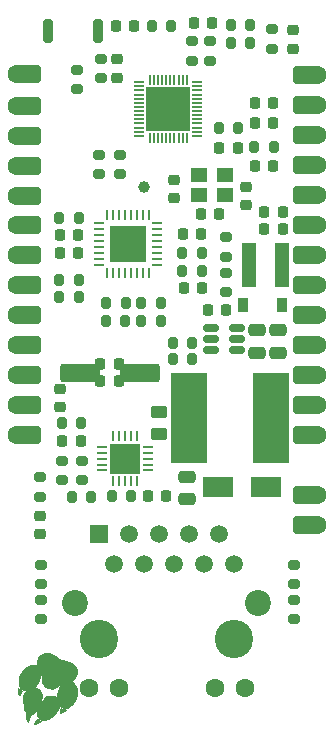
<source format=gts>
G04 #@! TF.GenerationSoftware,KiCad,Pcbnew,8.0.2*
G04 #@! TF.CreationDate,2024-06-13T23:11:37+12:00*
G04 #@! TF.ProjectId,LAN-Module-PoE-Castellated,4c414e2d-4d6f-4647-956c-652d506f452d,rev?*
G04 #@! TF.SameCoordinates,Original*
G04 #@! TF.FileFunction,Soldermask,Top*
G04 #@! TF.FilePolarity,Negative*
%FSLAX46Y46*%
G04 Gerber Fmt 4.6, Leading zero omitted, Abs format (unit mm)*
G04 Created by KiCad (PCBNEW 8.0.2) date 2024-06-13 23:11:37*
%MOMM*%
%LPD*%
G01*
G04 APERTURE LIST*
G04 Aperture macros list*
%AMRoundRect*
0 Rectangle with rounded corners*
0 $1 Rounding radius*
0 $2 $3 $4 $5 $6 $7 $8 $9 X,Y pos of 4 corners*
0 Add a 4 corners polygon primitive as box body*
4,1,4,$2,$3,$4,$5,$6,$7,$8,$9,$2,$3,0*
0 Add four circle primitives for the rounded corners*
1,1,$1+$1,$2,$3*
1,1,$1+$1,$4,$5*
1,1,$1+$1,$6,$7*
1,1,$1+$1,$8,$9*
0 Add four rect primitives between the rounded corners*
20,1,$1+$1,$2,$3,$4,$5,0*
20,1,$1+$1,$4,$5,$6,$7,0*
20,1,$1+$1,$6,$7,$8,$9,0*
20,1,$1+$1,$8,$9,$2,$3,0*%
G04 Aperture macros list end*
%ADD10C,0.000000*%
%ADD11C,0.264583*%
%ADD12RoundRect,0.200000X0.200000X0.275000X-0.200000X0.275000X-0.200000X-0.275000X0.200000X-0.275000X0*%
%ADD13RoundRect,0.400000X0.400000X0.400000X-0.400000X0.400000X-0.400000X-0.400000X0.400000X-0.400000X0*%
%ADD14R,1.270000X1.600000*%
%ADD15C,1.600000*%
%ADD16RoundRect,0.400000X-0.400000X-0.400000X0.400000X-0.400000X0.400000X0.400000X-0.400000X0.400000X0*%
%ADD17RoundRect,0.225000X0.225000X0.250000X-0.225000X0.250000X-0.225000X-0.250000X0.225000X-0.250000X0*%
%ADD18R,0.900000X1.200000*%
%ADD19RoundRect,0.150000X-0.512500X-0.150000X0.512500X-0.150000X0.512500X0.150000X-0.512500X0.150000X0*%
%ADD20RoundRect,0.200000X-0.200000X-0.275000X0.200000X-0.275000X0.200000X0.275000X-0.200000X0.275000X0*%
%ADD21RoundRect,0.250000X0.450000X-0.262500X0.450000X0.262500X-0.450000X0.262500X-0.450000X-0.262500X0*%
%ADD22RoundRect,0.200000X-0.275000X0.200000X-0.275000X-0.200000X0.275000X-0.200000X0.275000X0.200000X0*%
%ADD23RoundRect,0.225000X0.250000X-0.225000X0.250000X0.225000X-0.250000X0.225000X-0.250000X-0.225000X0*%
%ADD24RoundRect,0.225000X-0.225000X-0.250000X0.225000X-0.250000X0.225000X0.250000X-0.225000X0.250000X0*%
%ADD25RoundRect,0.200000X0.275000X-0.200000X0.275000X0.200000X-0.275000X0.200000X-0.275000X-0.200000X0*%
%ADD26R,1.200000X3.700000*%
%ADD27RoundRect,0.250000X0.475000X-0.250000X0.475000X0.250000X-0.475000X0.250000X-0.475000X-0.250000X0*%
%ADD28RoundRect,0.225000X-0.250000X0.225000X-0.250000X-0.225000X0.250000X-0.225000X0.250000X0.225000X0*%
%ADD29RoundRect,0.062500X-0.062500X0.362500X-0.062500X-0.362500X0.062500X-0.362500X0.062500X0.362500X0*%
%ADD30RoundRect,0.062500X-0.362500X0.062500X-0.362500X-0.062500X0.362500X-0.062500X0.362500X0.062500X0*%
%ADD31R,2.600000X2.600000*%
%ADD32R,2.500000X1.800000*%
%ADD33R,3.100000X7.700000*%
%ADD34RoundRect,0.062500X0.062500X-0.375000X0.062500X0.375000X-0.062500X0.375000X-0.062500X-0.375000X0*%
%ADD35RoundRect,0.062500X0.375000X-0.062500X0.375000X0.062500X-0.375000X0.062500X-0.375000X-0.062500X0*%
%ADD36R,3.100000X3.100000*%
%ADD37RoundRect,0.200000X0.200000X0.800000X-0.200000X0.800000X-0.200000X-0.800000X0.200000X-0.800000X0*%
%ADD38C,1.000000*%
%ADD39RoundRect,0.218750X-0.256250X0.218750X-0.256250X-0.218750X0.256250X-0.218750X0.256250X0.218750X0*%
%ADD40RoundRect,0.250000X1.412500X0.550000X-1.412500X0.550000X-1.412500X-0.550000X1.412500X-0.550000X0*%
%ADD41C,3.250000*%
%ADD42R,1.500000X1.500000*%
%ADD43C,1.500000*%
%ADD44C,2.200000*%
%ADD45RoundRect,0.050000X0.350000X0.050000X-0.350000X0.050000X-0.350000X-0.050000X0.350000X-0.050000X0*%
%ADD46RoundRect,0.050000X0.050000X0.350000X-0.050000X0.350000X-0.050000X-0.350000X0.050000X-0.350000X0*%
%ADD47R,3.700000X3.700000*%
%ADD48R,1.400000X1.200000*%
G04 APERTURE END LIST*
D10*
G04 #@! TO.C,LOGO1*
G36*
X29390123Y-90079000D02*
G01*
X29565123Y-90198000D01*
X29678123Y-90300000D01*
X29610123Y-90438000D01*
X29483123Y-90631000D01*
X29391123Y-90738000D01*
X29319123Y-90667000D01*
X29260123Y-90462000D01*
X29232123Y-90221000D01*
X29254123Y-90041000D01*
X29390123Y-90079000D01*
G37*
G36*
X33042123Y-91783000D02*
G01*
X33255123Y-91838000D01*
X33369123Y-91914000D01*
X33260123Y-92035000D01*
X33075123Y-92173000D01*
X32898123Y-92263000D01*
X32753123Y-92255000D01*
X32776123Y-92109000D01*
X32840123Y-91893000D01*
X32899123Y-91760000D01*
X33042123Y-91783000D01*
G37*
G36*
X29999123Y-92244000D02*
G01*
X30200123Y-92319000D01*
X30370123Y-92401000D01*
X30337123Y-92513000D01*
X30262123Y-92715000D01*
X30166123Y-92938000D01*
X30114123Y-92962000D01*
X30041123Y-92845000D01*
X29963123Y-92621000D01*
X29916123Y-92394000D01*
X29916123Y-92212000D01*
X29999123Y-92244000D01*
G37*
G36*
X31041123Y-92705000D02*
G01*
X31215123Y-92798000D01*
X31296123Y-92841000D01*
X31159123Y-92960000D01*
X30962123Y-93072000D01*
X30741123Y-93162000D01*
X30608123Y-93186000D01*
X30582123Y-93117000D01*
X30696123Y-92886000D01*
X30832123Y-92658000D01*
X30923123Y-92610000D01*
X31041123Y-92705000D01*
G37*
D11*
X30796123Y-90129000D02*
X30957123Y-90228000D01*
X31098123Y-90396000D01*
X31168123Y-90615000D01*
X31176123Y-90799000D01*
X31149123Y-91008000D01*
X31088123Y-91232000D01*
X30995123Y-91463000D01*
X30873123Y-91694000D01*
X30713123Y-91930000D01*
X30558123Y-92091000D01*
X30407123Y-92177000D01*
X30259123Y-92190000D01*
X30091123Y-92127000D01*
X29964123Y-91996000D01*
X29872123Y-91789000D01*
X29811123Y-91498000D01*
X29776123Y-91188000D01*
X29770123Y-90932000D01*
X29794123Y-90722000D01*
X29851123Y-90548000D01*
X29942123Y-90403000D01*
X30069123Y-90275000D01*
X30249123Y-90157000D01*
X30435123Y-90094000D01*
X30620123Y-90084000D01*
X30796123Y-90129000D01*
G36*
X30796123Y-90129000D02*
G01*
X30957123Y-90228000D01*
X31098123Y-90396000D01*
X31168123Y-90615000D01*
X31176123Y-90799000D01*
X31149123Y-91008000D01*
X31088123Y-91232000D01*
X30995123Y-91463000D01*
X30873123Y-91694000D01*
X30713123Y-91930000D01*
X30558123Y-92091000D01*
X30407123Y-92177000D01*
X30259123Y-92190000D01*
X30091123Y-92127000D01*
X29964123Y-91996000D01*
X29872123Y-91789000D01*
X29811123Y-91498000D01*
X29776123Y-91188000D01*
X29770123Y-90932000D01*
X29794123Y-90722000D01*
X29851123Y-90548000D01*
X29942123Y-90403000D01*
X30069123Y-90275000D01*
X30249123Y-90157000D01*
X30435123Y-90094000D01*
X30620123Y-90084000D01*
X30796123Y-90129000D01*
G37*
X32291123Y-90807000D02*
X32440123Y-90905000D01*
X32553123Y-91055000D01*
X32625123Y-91231000D01*
X32654123Y-91423000D01*
X32638123Y-91622000D01*
X32577123Y-91815000D01*
X32504123Y-91951000D01*
X32408123Y-92068000D01*
X32260123Y-92195000D01*
X32034123Y-92359000D01*
X31773123Y-92528000D01*
X31571123Y-92628000D01*
X31404123Y-92666000D01*
X31250123Y-92652000D01*
X31101123Y-92582000D01*
X31007123Y-92458000D01*
X30969123Y-92281000D01*
X30986123Y-92052000D01*
X31059123Y-91771000D01*
X31141123Y-91557000D01*
X31239123Y-91359000D01*
X31350123Y-91181000D01*
X31471123Y-91029000D01*
X31599123Y-90905000D01*
X31730123Y-90816000D01*
X31908123Y-90759000D01*
X32104123Y-90757000D01*
X32291123Y-90807000D01*
G36*
X32291123Y-90807000D02*
G01*
X32440123Y-90905000D01*
X32553123Y-91055000D01*
X32625123Y-91231000D01*
X32654123Y-91423000D01*
X32638123Y-91622000D01*
X32577123Y-91815000D01*
X32504123Y-91951000D01*
X32408123Y-92068000D01*
X32260123Y-92195000D01*
X32034123Y-92359000D01*
X31773123Y-92528000D01*
X31571123Y-92628000D01*
X31404123Y-92666000D01*
X31250123Y-92652000D01*
X31101123Y-92582000D01*
X31007123Y-92458000D01*
X30969123Y-92281000D01*
X30986123Y-92052000D01*
X31059123Y-91771000D01*
X31141123Y-91557000D01*
X31239123Y-91359000D01*
X31350123Y-91181000D01*
X31471123Y-91029000D01*
X31599123Y-90905000D01*
X31730123Y-90816000D01*
X31908123Y-90759000D01*
X32104123Y-90757000D01*
X32291123Y-90807000D01*
G37*
X30667123Y-88191000D02*
X30764123Y-88250000D01*
X30864123Y-88332000D01*
X30997123Y-88492000D01*
X31075123Y-88668000D01*
X31098123Y-88862000D01*
X31068123Y-89075000D01*
X30983123Y-89310000D01*
X30875123Y-89512000D01*
X30748123Y-89684000D01*
X30601123Y-89826000D01*
X30430123Y-89942000D01*
X30235123Y-90033000D01*
X30007123Y-90096000D01*
X29803123Y-90105000D01*
X29635123Y-90062000D01*
X29513123Y-89968000D01*
X29454123Y-89822000D01*
X29427123Y-89602000D01*
X29431123Y-89346000D01*
X29465123Y-89095000D01*
X29530123Y-88886000D01*
X29616123Y-88735000D01*
X29735123Y-88580000D01*
X29876123Y-88433000D01*
X30025123Y-88307000D01*
X30170123Y-88214000D01*
X30333123Y-88164000D01*
X30513123Y-88155000D01*
X30667123Y-88191000D01*
G36*
X30667123Y-88191000D02*
G01*
X30764123Y-88250000D01*
X30864123Y-88332000D01*
X30997123Y-88492000D01*
X31075123Y-88668000D01*
X31098123Y-88862000D01*
X31068123Y-89075000D01*
X30983123Y-89310000D01*
X30875123Y-89512000D01*
X30748123Y-89684000D01*
X30601123Y-89826000D01*
X30430123Y-89942000D01*
X30235123Y-90033000D01*
X30007123Y-90096000D01*
X29803123Y-90105000D01*
X29635123Y-90062000D01*
X29513123Y-89968000D01*
X29454123Y-89822000D01*
X29427123Y-89602000D01*
X29431123Y-89346000D01*
X29465123Y-89095000D01*
X29530123Y-88886000D01*
X29616123Y-88735000D01*
X29735123Y-88580000D01*
X29876123Y-88433000D01*
X30025123Y-88307000D01*
X30170123Y-88214000D01*
X30333123Y-88164000D01*
X30513123Y-88155000D01*
X30667123Y-88191000D01*
G37*
X33795123Y-89623000D02*
X33922123Y-89684000D01*
X34023123Y-89788000D01*
X34097123Y-89905000D01*
X34146123Y-90024000D01*
X34174123Y-90218000D01*
X34174123Y-90431000D01*
X34145123Y-90647000D01*
X34092123Y-90848000D01*
X34015123Y-91020000D01*
X33894123Y-91191000D01*
X33737123Y-91360000D01*
X33567123Y-91509000D01*
X33404123Y-91618000D01*
X33272123Y-91668000D01*
X33118123Y-91647000D01*
X32970123Y-91551000D01*
X32837123Y-91389000D01*
X32730123Y-91169000D01*
X32666123Y-90950000D01*
X32643123Y-90736000D01*
X32661123Y-90521000D01*
X32720123Y-90300000D01*
X32821123Y-90066000D01*
X32940123Y-89853000D01*
X33056123Y-89736000D01*
X33223123Y-89636000D01*
X33407123Y-89584000D01*
X33600123Y-89579000D01*
X33795123Y-89623000D01*
G36*
X33795123Y-89623000D02*
G01*
X33922123Y-89684000D01*
X34023123Y-89788000D01*
X34097123Y-89905000D01*
X34146123Y-90024000D01*
X34174123Y-90218000D01*
X34174123Y-90431000D01*
X34145123Y-90647000D01*
X34092123Y-90848000D01*
X34015123Y-91020000D01*
X33894123Y-91191000D01*
X33737123Y-91360000D01*
X33567123Y-91509000D01*
X33404123Y-91618000D01*
X33272123Y-91668000D01*
X33118123Y-91647000D01*
X32970123Y-91551000D01*
X32837123Y-91389000D01*
X32730123Y-91169000D01*
X32666123Y-90950000D01*
X32643123Y-90736000D01*
X32661123Y-90521000D01*
X32720123Y-90300000D01*
X32821123Y-90066000D01*
X32940123Y-89853000D01*
X33056123Y-89736000D01*
X33223123Y-89636000D01*
X33407123Y-89584000D01*
X33600123Y-89579000D01*
X33795123Y-89623000D01*
G37*
X31868123Y-87172000D02*
X32017123Y-87223000D01*
X32182123Y-87308000D01*
X32380123Y-87435000D01*
X32564123Y-87556000D01*
X32724123Y-87647000D01*
X32881123Y-87718000D01*
X33056123Y-87780000D01*
X33270123Y-87842000D01*
X33550123Y-87924000D01*
X33725123Y-87998000D01*
X33855123Y-88090000D01*
X34028123Y-88266000D01*
X34131123Y-88445000D01*
X34173123Y-88642000D01*
X34168123Y-88799000D01*
X34111123Y-88961000D01*
X34014123Y-89124000D01*
X33883123Y-89253000D01*
X33715123Y-89349000D01*
X33507123Y-89414000D01*
X33257123Y-89449000D01*
X33032123Y-89484000D01*
X32862123Y-89560000D01*
X32705123Y-89697000D01*
X32507123Y-89881000D01*
X32334123Y-89969000D01*
X32123123Y-89993000D01*
X31965123Y-89977000D01*
X31793123Y-89913000D01*
X31626123Y-89821000D01*
X31500123Y-89691000D01*
X31399123Y-89537000D01*
X31355123Y-89375000D01*
X31357123Y-89172000D01*
X31369123Y-88957000D01*
X31349123Y-88797000D01*
X31284123Y-88650000D01*
X31164123Y-88476000D01*
X31039123Y-88282000D01*
X30960123Y-88092000D01*
X30926123Y-87905000D01*
X30937123Y-87722000D01*
X30994123Y-87543000D01*
X31077123Y-87394000D01*
X31193123Y-87287000D01*
X31350123Y-87200000D01*
X31529123Y-87152000D01*
X31717123Y-87147000D01*
X31868123Y-87172000D01*
G36*
X31868123Y-87172000D02*
G01*
X32017123Y-87223000D01*
X32182123Y-87308000D01*
X32380123Y-87435000D01*
X32564123Y-87556000D01*
X32724123Y-87647000D01*
X32881123Y-87718000D01*
X33056123Y-87780000D01*
X33270123Y-87842000D01*
X33550123Y-87924000D01*
X33725123Y-87998000D01*
X33855123Y-88090000D01*
X34028123Y-88266000D01*
X34131123Y-88445000D01*
X34173123Y-88642000D01*
X34168123Y-88799000D01*
X34111123Y-88961000D01*
X34014123Y-89124000D01*
X33883123Y-89253000D01*
X33715123Y-89349000D01*
X33507123Y-89414000D01*
X33257123Y-89449000D01*
X33032123Y-89484000D01*
X32862123Y-89560000D01*
X32705123Y-89697000D01*
X32507123Y-89881000D01*
X32334123Y-89969000D01*
X32123123Y-89993000D01*
X31965123Y-89977000D01*
X31793123Y-89913000D01*
X31626123Y-89821000D01*
X31500123Y-89691000D01*
X31399123Y-89537000D01*
X31355123Y-89375000D01*
X31357123Y-89172000D01*
X31369123Y-88957000D01*
X31349123Y-88797000D01*
X31284123Y-88650000D01*
X31164123Y-88476000D01*
X31039123Y-88282000D01*
X30960123Y-88092000D01*
X30926123Y-87905000D01*
X30937123Y-87722000D01*
X30994123Y-87543000D01*
X31077123Y-87394000D01*
X31193123Y-87287000D01*
X31350123Y-87200000D01*
X31529123Y-87152000D01*
X31717123Y-87147000D01*
X31868123Y-87172000D01*
G37*
G04 #@! TD*
D12*
G04 #@! TO.C,R5*
X38825000Y-73800000D03*
X37175000Y-73800000D03*
G04 #@! TD*
D13*
G04 #@! TO.C,J16*
X30480000Y-68580000D03*
D14*
X29845000Y-68580000D03*
D15*
X29210000Y-68580000D03*
G04 #@! TD*
D13*
G04 #@! TO.C,J14*
X30480000Y-66040000D03*
D14*
X29845000Y-66040000D03*
D15*
X29210000Y-66040000D03*
G04 #@! TD*
D16*
G04 #@! TO.C,J29*
X53340000Y-76260000D03*
D14*
X53975000Y-76260000D03*
D15*
X54610000Y-76260000D03*
G04 #@! TD*
D16*
G04 #@! TO.C,J28*
X53340000Y-68580000D03*
D14*
X53975000Y-68580000D03*
D15*
X54610000Y-68580000D03*
G04 #@! TD*
D16*
G04 #@! TO.C,J27*
X53340000Y-66040000D03*
D14*
X53975000Y-66040000D03*
D15*
X54610000Y-66040000D03*
G04 #@! TD*
D16*
G04 #@! TO.C,J26*
X53340000Y-60960000D03*
D14*
X53975000Y-60960000D03*
D15*
X54610000Y-60960000D03*
G04 #@! TD*
D16*
G04 #@! TO.C,J25*
X53340000Y-58420000D03*
D14*
X53975000Y-58420000D03*
D15*
X54610000Y-58420000D03*
G04 #@! TD*
D16*
G04 #@! TO.C,J24*
X53340000Y-55880000D03*
D14*
X53975000Y-55880000D03*
D15*
X54610000Y-55880000D03*
G04 #@! TD*
D16*
G04 #@! TO.C,J23*
X53340000Y-53340000D03*
D14*
X53975000Y-53340000D03*
D15*
X54610000Y-53340000D03*
G04 #@! TD*
D16*
G04 #@! TO.C,J22*
X53340000Y-50800000D03*
D14*
X53975000Y-50800000D03*
D15*
X54610000Y-50800000D03*
G04 #@! TD*
D16*
G04 #@! TO.C,J21*
X53340000Y-48260000D03*
D14*
X53975000Y-48260000D03*
D15*
X54610000Y-48260000D03*
G04 #@! TD*
D16*
G04 #@! TO.C,J20*
X53340000Y-45720000D03*
D14*
X53975000Y-45720000D03*
D15*
X54610000Y-45720000D03*
G04 #@! TD*
D16*
G04 #@! TO.C,J19*
X53340000Y-43180000D03*
D14*
X53975000Y-43180000D03*
D15*
X54610000Y-43180000D03*
G04 #@! TD*
D16*
G04 #@! TO.C,J18*
X53340000Y-40640000D03*
D14*
X53975000Y-40640000D03*
D15*
X54610000Y-40640000D03*
G04 #@! TD*
D16*
G04 #@! TO.C,J17*
X53340000Y-38100000D03*
D14*
X53975000Y-38100000D03*
D15*
X54610000Y-38100000D03*
G04 #@! TD*
D16*
G04 #@! TO.C,J15*
X53340000Y-63500000D03*
D14*
X53975000Y-63500000D03*
D15*
X54610000Y-63500000D03*
G04 #@! TD*
D13*
G04 #@! TO.C,J13*
X30480000Y-63500000D03*
D14*
X29845000Y-63500000D03*
D15*
X29210000Y-63500000D03*
G04 #@! TD*
D13*
G04 #@! TO.C,J12*
X30480000Y-60960000D03*
D14*
X29845000Y-60960000D03*
D15*
X29210000Y-60960000D03*
G04 #@! TD*
D13*
G04 #@! TO.C,J11*
X30480000Y-58420000D03*
D14*
X29845000Y-58420000D03*
D15*
X29210000Y-58420000D03*
G04 #@! TD*
D13*
G04 #@! TO.C,J10*
X30480000Y-55880000D03*
D14*
X29845000Y-55880000D03*
D15*
X29210000Y-55880000D03*
G04 #@! TD*
D13*
G04 #@! TO.C,J9*
X30480000Y-53340000D03*
D14*
X29845000Y-53340000D03*
D15*
X29210000Y-53340000D03*
G04 #@! TD*
D13*
G04 #@! TO.C,J8*
X30480000Y-50800000D03*
D14*
X29845000Y-50800000D03*
D15*
X29210000Y-50800000D03*
G04 #@! TD*
D13*
G04 #@! TO.C,J7*
X30480000Y-48400000D03*
D14*
X29845000Y-48400000D03*
D15*
X29210000Y-48400000D03*
G04 #@! TD*
D13*
G04 #@! TO.C,J6*
X30480000Y-45860000D03*
D14*
X29845000Y-45860000D03*
D15*
X29210000Y-45860000D03*
G04 #@! TD*
D13*
G04 #@! TO.C,J5*
X30480000Y-43320000D03*
D14*
X29845000Y-43320000D03*
D15*
X29210000Y-43320000D03*
G04 #@! TD*
D13*
G04 #@! TO.C,J4*
X30480000Y-40780000D03*
D14*
X29845000Y-40780000D03*
D15*
X29210000Y-40780000D03*
G04 #@! TD*
D13*
G04 #@! TO.C,J3*
X30480000Y-38010000D03*
D14*
X29845000Y-38010000D03*
D15*
X29210000Y-38010000D03*
G04 #@! TD*
D16*
G04 #@! TO.C,J2*
X53340000Y-73660000D03*
D14*
X53975000Y-73660000D03*
D15*
X54610000Y-73660000D03*
G04 #@! TD*
D12*
G04 #@! TO.C,R14*
X38332500Y-58950000D03*
X36682500Y-58950000D03*
G04 #@! TD*
D17*
G04 #@! TO.C,C2*
X50850000Y-42200000D03*
X49300000Y-42200000D03*
G04 #@! TD*
D18*
G04 #@! TO.C,D2*
X48350000Y-57600000D03*
X51650000Y-57600000D03*
G04 #@! TD*
D19*
G04 #@! TO.C,U3*
X45562500Y-59550000D03*
X45562500Y-60500000D03*
X45562500Y-61450000D03*
X47837500Y-61450000D03*
X47837500Y-60500000D03*
X47837500Y-59550000D03*
G04 #@! TD*
D20*
G04 #@! TO.C,R8*
X32745000Y-55450000D03*
X34395000Y-55450000D03*
G04 #@! TD*
G04 #@! TO.C,R17*
X39682500Y-58950000D03*
X41332500Y-58950000D03*
G04 #@! TD*
D12*
G04 #@! TO.C,C22*
X34395000Y-56950000D03*
X32745000Y-56950000D03*
G04 #@! TD*
D21*
G04 #@! TO.C,R20*
X41200000Y-68512500D03*
X41200000Y-66687500D03*
G04 #@! TD*
D22*
G04 #@! TO.C,R32*
X34250000Y-37675000D03*
X34250000Y-39325000D03*
G04 #@! TD*
D23*
G04 #@! TO.C,C3*
X31100000Y-76975000D03*
X31100000Y-75425000D03*
G04 #@! TD*
D22*
G04 #@! TO.C,R2*
X36275000Y-36750000D03*
X36275000Y-38400000D03*
G04 #@! TD*
D24*
G04 #@! TO.C,C10*
X37525000Y-34000000D03*
X39075000Y-34000000D03*
G04 #@! TD*
D25*
G04 #@! TO.C,R11*
X52600000Y-81225000D03*
X52600000Y-79575000D03*
G04 #@! TD*
D22*
G04 #@! TO.C,R10*
X36100000Y-44875000D03*
X36100000Y-46525000D03*
G04 #@! TD*
D26*
G04 #@! TO.C,L2*
X48800000Y-54200000D03*
X51600000Y-54200000D03*
G04 #@! TD*
D27*
G04 #@! TO.C,C29*
X49500000Y-61650000D03*
X49500000Y-59750000D03*
G04 #@! TD*
D28*
G04 #@! TO.C,C13*
X48600000Y-47625000D03*
X48600000Y-49175000D03*
G04 #@! TD*
D17*
G04 #@! TO.C,C21*
X51675000Y-51200000D03*
X50125000Y-51200000D03*
G04 #@! TD*
D29*
G04 #@! TO.C,U2*
X39300000Y-68681233D03*
X38800000Y-68681233D03*
X38300000Y-68681233D03*
X37800000Y-68681233D03*
X37300000Y-68681233D03*
D30*
X36375000Y-69606233D03*
X36375000Y-70106233D03*
X36375000Y-70606233D03*
X36375000Y-71106233D03*
X36375000Y-71606233D03*
D29*
X37300000Y-72531233D03*
X37800000Y-72531233D03*
X38300000Y-72531233D03*
X38800000Y-72531233D03*
X39300000Y-72531233D03*
D30*
X40225000Y-71606233D03*
X40225000Y-71106233D03*
X40225000Y-70606233D03*
X40225000Y-70106233D03*
X40225000Y-69606233D03*
D31*
X38300000Y-70606233D03*
G04 #@! TD*
D20*
G04 #@! TO.C,R23*
X42350000Y-62200000D03*
X44000000Y-62200000D03*
G04 #@! TD*
D12*
G04 #@! TO.C,R13*
X38395000Y-57450000D03*
X36745000Y-57450000D03*
G04 #@! TD*
D32*
G04 #@! TO.C,D1*
X50230000Y-73031233D03*
X46230000Y-73031233D03*
G04 #@! TD*
D25*
G04 #@! TO.C,R6*
X32970000Y-72425000D03*
X32970000Y-70775000D03*
G04 #@! TD*
D20*
G04 #@! TO.C,R19*
X33825000Y-73831233D03*
X35475000Y-73831233D03*
G04 #@! TD*
D25*
G04 #@! TO.C,R29*
X45500000Y-36925000D03*
X45500000Y-35275000D03*
G04 #@! TD*
D33*
G04 #@! TO.C,L4*
X43750000Y-67200000D03*
X50650000Y-67200000D03*
G04 #@! TD*
D20*
G04 #@! TO.C,R18*
X39682500Y-57450000D03*
X41332500Y-57450000D03*
G04 #@! TD*
D17*
G04 #@! TO.C,C20*
X34575000Y-69100000D03*
X33025000Y-69100000D03*
G04 #@! TD*
D25*
G04 #@! TO.C,C8*
X37925000Y-46550000D03*
X37925000Y-44900000D03*
G04 #@! TD*
D24*
G04 #@! TO.C,C24*
X43295000Y-56200000D03*
X44845000Y-56200000D03*
G04 #@! TD*
D12*
G04 #@! TO.C,R3*
X50925000Y-44200000D03*
X49275000Y-44200000D03*
G04 #@! TD*
D25*
G04 #@! TO.C,R12*
X31200000Y-81225000D03*
X31200000Y-79575000D03*
G04 #@! TD*
G04 #@! TO.C,R26*
X46900000Y-53525000D03*
X46900000Y-51875000D03*
G04 #@! TD*
D34*
G04 #@! TO.C,U4*
X36820000Y-54887500D03*
X37320000Y-54887500D03*
X37820000Y-54887500D03*
X38320000Y-54887500D03*
X38820000Y-54887500D03*
X39320000Y-54887500D03*
X39820000Y-54887500D03*
X40320000Y-54887500D03*
D35*
X41007500Y-54200000D03*
X41007500Y-53700000D03*
X41007500Y-53200000D03*
X41007500Y-52700000D03*
X41007500Y-52200000D03*
X41007500Y-51700000D03*
X41007500Y-51200000D03*
X41007500Y-50700000D03*
D34*
X40320000Y-50012500D03*
X39820000Y-50012500D03*
X39320000Y-50012500D03*
X38820000Y-50012500D03*
X38320000Y-50012500D03*
X37820000Y-50012500D03*
X37320000Y-50012500D03*
X36820000Y-50012500D03*
D35*
X36132500Y-50700000D03*
X36132500Y-51200000D03*
X36132500Y-51700000D03*
X36132500Y-52200000D03*
X36132500Y-52700000D03*
X36132500Y-53200000D03*
X36132500Y-53700000D03*
X36132500Y-54200000D03*
D36*
X38570000Y-52450000D03*
G04 #@! TD*
D17*
G04 #@! TO.C,C16*
X47850000Y-44300000D03*
X46300000Y-44300000D03*
G04 #@! TD*
D37*
G04 #@! TO.C,SW1*
X36000000Y-34400000D03*
X31800000Y-34400000D03*
G04 #@! TD*
D38*
G04 #@! TO.C,TP1*
X39900000Y-47600000D03*
G04 #@! TD*
D12*
G04 #@! TO.C,R4*
X48925000Y-35400000D03*
X47275000Y-35400000D03*
G04 #@! TD*
D22*
G04 #@! TO.C,R25*
X31100000Y-72175000D03*
X31100000Y-73825000D03*
G04 #@! TD*
D23*
G04 #@! TO.C,C6*
X32800000Y-66275000D03*
X32800000Y-64725000D03*
G04 #@! TD*
D39*
G04 #@! TO.C,D3*
X52500000Y-34312500D03*
X52500000Y-35887500D03*
G04 #@! TD*
D27*
G04 #@! TO.C,C4*
X43600000Y-74050000D03*
X43600000Y-72150000D03*
G04 #@! TD*
D12*
G04 #@! TO.C,L3*
X44795000Y-53200000D03*
X43145000Y-53200000D03*
G04 #@! TD*
D17*
G04 #@! TO.C,C7*
X37775000Y-64050000D03*
X36225000Y-64050000D03*
G04 #@! TD*
D24*
G04 #@! TO.C,C26*
X43195000Y-51600000D03*
X44745000Y-51600000D03*
G04 #@! TD*
D25*
G04 #@! TO.C,R27*
X46900000Y-56525000D03*
X46900000Y-54875000D03*
G04 #@! TD*
G04 #@! TO.C,R28*
X50800000Y-35925000D03*
X50800000Y-34275000D03*
G04 #@! TD*
D24*
G04 #@! TO.C,C12*
X44725000Y-49855000D03*
X46275000Y-49855000D03*
G04 #@! TD*
D20*
G04 #@! TO.C,R21*
X32975000Y-67600000D03*
X34625000Y-67600000D03*
G04 #@! TD*
D24*
G04 #@! TO.C,C5*
X50125000Y-49700000D03*
X51675000Y-49700000D03*
G04 #@! TD*
D12*
G04 #@! TO.C,R24*
X44000000Y-60850000D03*
X42350000Y-60850000D03*
G04 #@! TD*
D17*
G04 #@! TO.C,C15*
X50875000Y-45800000D03*
X49325000Y-45800000D03*
G04 #@! TD*
G04 #@! TO.C,C25*
X34345000Y-53200000D03*
X32795000Y-53200000D03*
G04 #@! TD*
D24*
G04 #@! TO.C,C1*
X40225000Y-73800000D03*
X41775000Y-73800000D03*
G04 #@! TD*
D17*
G04 #@! TO.C,C28*
X37775000Y-62600000D03*
X36225000Y-62600000D03*
G04 #@! TD*
D22*
G04 #@! TO.C,R15*
X31200000Y-82575000D03*
X31200000Y-84225000D03*
G04 #@! TD*
D40*
G04 #@! TO.C,C27*
X39600000Y-63400000D03*
X34525000Y-63400000D03*
G04 #@! TD*
D20*
G04 #@! TO.C,R1*
X40575000Y-34000000D03*
X42225000Y-34000000D03*
G04 #@! TD*
D12*
G04 #@! TO.C,R22*
X48925000Y-33900000D03*
X47275000Y-33900000D03*
G04 #@! TD*
D23*
G04 #@! TO.C,C9*
X42475000Y-48550000D03*
X42475000Y-47000000D03*
G04 #@! TD*
D41*
G04 #@! TO.C,J1*
X36150000Y-85921233D03*
X47580000Y-85921233D03*
D42*
X36150000Y-77031233D03*
D43*
X37420000Y-79571233D03*
X38690000Y-77031233D03*
X39960000Y-79571233D03*
X41230000Y-77031233D03*
X42500000Y-79571233D03*
X43770000Y-77031233D03*
X45040000Y-79571233D03*
X46310000Y-77031233D03*
X47580000Y-79571233D03*
D15*
X35235000Y-90001233D03*
X37775000Y-90001233D03*
X45955000Y-90001233D03*
X48495000Y-90001233D03*
D44*
X34120000Y-82871233D03*
X49610000Y-82871233D03*
G04 #@! TD*
D12*
G04 #@! TO.C,R9*
X44795000Y-54700000D03*
X43145000Y-54700000D03*
G04 #@! TD*
D24*
G04 #@! TO.C,C19*
X44125000Y-33700000D03*
X45675000Y-33700000D03*
G04 #@! TD*
D22*
G04 #@! TO.C,R16*
X52600000Y-82575000D03*
X52600000Y-84225000D03*
G04 #@! TD*
D20*
G04 #@! TO.C,L1*
X46250000Y-42575000D03*
X47900000Y-42575000D03*
G04 #@! TD*
D28*
G04 #@! TO.C,C14*
X37675000Y-36800000D03*
X37675000Y-38350000D03*
G04 #@! TD*
D27*
G04 #@! TO.C,C18*
X51300000Y-61650000D03*
X51300000Y-59750000D03*
G04 #@! TD*
D45*
G04 #@! TO.C,U1*
X44425000Y-43283333D03*
X44425000Y-42933333D03*
X44425000Y-42583333D03*
X44425000Y-42233333D03*
X44425000Y-41883333D03*
X44425000Y-41533333D03*
X44425000Y-41183333D03*
X44425000Y-40833333D03*
X44425000Y-40483333D03*
X44425000Y-40133333D03*
X44425000Y-39783333D03*
X44425000Y-39433333D03*
X44425000Y-39083333D03*
X44425000Y-38733333D03*
D46*
X43550000Y-38558333D03*
X43200000Y-38558333D03*
X42850000Y-38558333D03*
X42500000Y-38558333D03*
X42150000Y-38558333D03*
X41800000Y-38558333D03*
X41450000Y-38558333D03*
X41100000Y-38558333D03*
X40750000Y-38558333D03*
X40400000Y-38558333D03*
D45*
X39525000Y-38733333D03*
X39525000Y-39083333D03*
X39525000Y-39433333D03*
X39525000Y-39783333D03*
X39525000Y-40133333D03*
X39525000Y-40483333D03*
X39525000Y-40833333D03*
X39525000Y-41183333D03*
X39525000Y-41533333D03*
X39525000Y-41883333D03*
X39525000Y-42233333D03*
X39525000Y-42583333D03*
X39525000Y-42933333D03*
X39525000Y-43283333D03*
D46*
X40400000Y-43458333D03*
X40750000Y-43458333D03*
X41100000Y-43458333D03*
X41450000Y-43458333D03*
X41800000Y-43458333D03*
X42150000Y-43458333D03*
X42500000Y-43458333D03*
X42850000Y-43458333D03*
X43200000Y-43458333D03*
X43550000Y-43458333D03*
D47*
X41975000Y-41008333D03*
G04 #@! TD*
D22*
G04 #@! TO.C,R7*
X34650000Y-70775000D03*
X34650000Y-72425000D03*
G04 #@! TD*
D17*
G04 #@! TO.C,C11*
X50875000Y-40500000D03*
X49325000Y-40500000D03*
G04 #@! TD*
G04 #@! TO.C,C23*
X34345000Y-51700000D03*
X32795000Y-51700000D03*
G04 #@! TD*
D20*
G04 #@! TO.C,R31*
X32745000Y-50200000D03*
X34395000Y-50200000D03*
G04 #@! TD*
D24*
G04 #@! TO.C,C17*
X45325000Y-58000000D03*
X46875000Y-58000000D03*
G04 #@! TD*
D25*
G04 #@! TO.C,R30*
X44000000Y-36925000D03*
X44000000Y-35275000D03*
G04 #@! TD*
D48*
G04 #@! TO.C,Y1*
X44625000Y-48325000D03*
X46825000Y-48325000D03*
X46825000Y-46625000D03*
X44625000Y-46625000D03*
G04 #@! TD*
M02*

</source>
